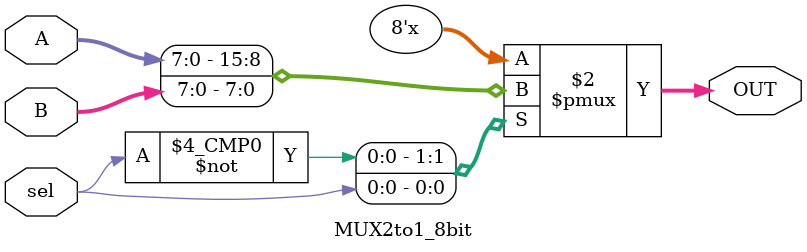
<source format=v>
`timescale 1ns / 1ps
module MUX2to1_8bit(
    input [7:0] A,B,
    input sel,
    output reg [7:0] OUT
    );
	
	always @(A or B or sel) begin
		case(sel) 
			1'b0: OUT = A;
			1'b1: OUT = B;
		endcase
	end

endmodule

</source>
